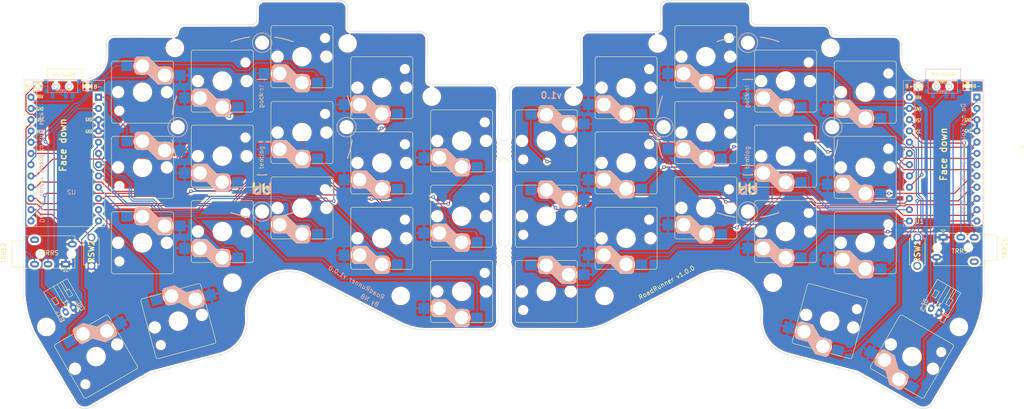
<source format=kicad_pcb>
(kicad_pcb (version 20211014) (generator pcbnew)
  (layers (0 "F.Cu" signal) (31 "B.Cu" signal) (34 "B.Paste" user) (35 "F.Paste" user) (36 "B.SilkS" user "B.Silkscreen") (37 "F.SilkS" user "F.Silkscreen") (38 "B.Mask" user) (39 "F.Mask" user) (44 "Edge.Cuts" user))
  (net 0 "")
  (net 1 "BT+")
  (net 2 "BT+_r")
  (net 3 "gnd")
  (net 4 "gnd_r")
  (net 5 "reset")
  (net 6 "reset_r")
  (net 8 "raw")
  (net 10 "raw_r")
  (net 11 "Switch2")
  (net 12 "Switch1")
  (net 13 "Switch11")
  (net 14 "Switch1_r")
  (net 15 "Switch2_r")
  (net 16 "Switch6")
  (net 17 "Switch3_r")
  (net 18 "Switch12")
  (net 19 "Switch4_r")
  (net 20 "Switch5_r")
  (net 21 "Switch7")
  (net 22 "Switch6_r")
  (net 23 "Switch13")
  (net 24 "Switch7_r")
  (net 25 "Switch3")
  (net 26 "Switch8_r")
  (net 27 "Switch8")
  (net 28 "Switch9_r")
  (net 29 "Switch14")
  (net 30 "Switch10_r")
  (net 31 "Switch4")
  (net 32 "Switch11_r")
  (net 33 "Switch9")
  (net 34 "Switch12_r")
  (net 35 "Switch16")
  (net 36 "Switch13_r")
  (net 37 "Switch17")
  (net 38 "Switch14_r")
  (net 39 "Switch15")
  (net 40 "Switch15_r")
  (net 41 "Switch5")
  (net 42 "Switch16_r")
  (net 43 "Switch10")
  (net 44 "Switch17_r")
  (net 45 "Switch18")
  (net 46 "vcc")
  (net 47 "Switch18_r")
  (net 48 "vcc_r")
  (footprint "* duckyb-collection:Tenting_Puck2_no_pads" (layer "F.Cu") (at 96.954 57.232)
    (fp_text reference "REF_PUCK_R")
    (fp_text value "Tenting Puck")
  )
  (footprint "MountingHole:MountingHole_3.2mm_M3" (layer "F.Cu") (at 77.25 39.34)
    (fp_text reference "REF**" hide)
    (fp_text value "MountingHole_3.2mm_M3")
  )
  (footprint "choc_switch_3d:SW_Hotswap_Kailh_Choc_V1_tweaked" (layer "F.Cu") (at 105.95 58.448 180)
    (fp_text reference "SW8_r1")
    (fp_text value "SW_Push")
  )
  (footprint "choc_switch_3d:SW_Hotswap_Kailh_Choc_V1_tweaked" (layer "F.Cu") (at 141.994 77.332 180)
    (fp_text reference "SW6_r1")
    (fp_text value "SW_Push")
  )
  (footprint "MountingHole:MountingHole_3.2mm_M3" (layer "F.Cu") (at 128.25 95.34)
    (fp_text reference "REF**" hide)
    (fp_text value "MountingHole_3.2mm_M3")
  )
  (footprint "choc_switch_3d:SW_Hotswap_Kailh_Choc_V1_tweaked" (layer "F.Cu") (at 225.088 101.032 165)
    (fp_text reference "SW16")
    (fp_text value "SW_Push")
  )
  (footprint "choc_switch_3d:SW_Hotswap_Kailh_Choc_V1_tweaked" (layer "F.Cu") (at 179.118 82.324 180)
    (fp_text reference "SW12")
    (fp_text value "SW_Push")
  )
  (footprint "MountingHole:MountingHole_3.2mm_M3" (layer "F.Cu") (at 116.25 38.34)
    (fp_text reference "REF**" hide)
    (fp_text value "MountingHole_3.2mm_M3")
  )
  (footprint "Connector_JST:JST_PH_S2B-PH-K_1x02_P2.00mm_Horizontal" (layer "F.Cu") (at 54.341 97.9618 -150)
    (fp_text reference "J2")
    (fp_text value "battery_conn_r")
  )
  (footprint "kbd:1pin_conn" (layer "F.Cu") (at 256.22 47.93)
    (fp_text reference "BatGND1" hide)
    (fp_text value "MountingHole_Pad" hide)
  )
  (footprint "* duckyb-collection:Tenting_Puck2_no_pads" (layer "F.Cu") (at 206.618 57.232)
    (fp_text reference "e")
    (fp_text value "Tenting Puck")
  )
  (footprint "choc_switch_3d:SW_Hotswap_Kailh_Choc_V1_tweaked" (layer "F.Cu") (at 87.962 63.782 180)
    (fp_text reference "SW9_r1")
    (fp_text value "SW_Push")
  )
  (footprint "choc_switch_3d:SW_Hotswap_Kailh_Choc_V1_tweaked" (layer "F.Cu") (at 123.976 82.324 180)
    (fp_text reference "SW12_r1")
    (fp_text value "SW_Push")
  )
  (footprint "choc_switch_3d:SW_Hotswap_Kailh_Choc_V1_tweaked" (layer "F.Cu") (at 87.962 80.8 180)
    (fp_text reference "SW14_r1")
    (fp_text value "SW_Push")
  )
  (footprint "Duckyb-Parts:mouse-bite-5mm-slot-with-space-for-track" (layer "F.Cu") (at 151.564 86.134)
    (fp_text reference "mouse-bite-2mm-slot1" hide)
    (fp_text value "VAL**" hide)
  )
  (footprint "MountingHole:MountingHole_3.2mm_M3" (layer "F.Cu") (at 135.25 50.34)
    (fp_text reference "REF**" hide)
    (fp_text value "MountingHole_3.2mm_M3")
  )
  (footprint "kbd:1pin_conn" (layer "F.Cu") (at 57.51 48.01)
    (fp_text reference "BatGNDr1")
    (fp_text value "MountingHole_Pad" hide)
  )
  (footprint "choc_switch_3d:SW_Hotswap_Kailh_Choc_V1_tweaked" (layer "F.Cu") (at 123.976 48.332 180)
    (fp_text reference "SW2_r1")
    (fp_text value "SW_Push")
  )
  (footprint "choc_switch_3d:SW_Hotswap_Kailh_Choc_V1_tweaked" (layer "F.Cu") (at 123.976 65.306 180)
    (fp_text reference "SW7_r1")
    (fp_text value "SW_Push")
  )
  (footprint "kbd:1pin_conn" (layer "F.Cu") (at 245.09 47.95)
    (fp_text reference "Bat+1" hide)
    (fp_text value "MountingHole_Pad" hide)
  )
  (footprint "Duckyb-Parts:mouse-bite-5mm-slot-with-space-for-track" (layer "F.Cu") (at 151.564 62.258)
    (fp_text reference "mouse-bite-2mm-slot2" hide)
    (fp_text value "VAL**" hide)
  )
  (footprint "choc_switch_3d:SW_Hotswap_Kailh_Choc_V1_tweaked" (layer "F.Cu") (at 69.948 66.322)
    (fp_text reference "SW10_r1")
    (fp_text value "SW_Push")
  )
  (footprint "choc_switch_3d:SW_Hotswap_Kailh_Choc_V1_tweaked" (layer "F.Cu") (at 215.118 46.832 180)
    (fp_text reference "SW4")
    (fp_text value "SW_Push")
  )
  (footprint "Connector_JST:JST_PH_S2B-PH-K_1x02_P2.00mm_Horizontal" (layer "F.Cu") (at 249.731 99.1418 150)
    (fp_text reference "J1")
    (fp_text value "Battery_conn")
  )
  (footprint "choc_switch_3d:SW_Hotswap_Kailh_Choc_V1_tweaked" (layer "F.Cu") (at 233.098 66.322 180)
    (fp_text reference "SW10")
    (fp_text value "SW_Push")
  )
  (footprint "choc_switch_3d:SW_Hotswap_Kailh_Choc_V1_tweaked" (layer "F.Cu") (at 215.118 63.782 180)
    (fp_text reference "SW9")
    (fp_text value "SW_Push")
  )
  (footprint "choc_switch_3d:SW_Hotswap_Kailh_Choc_V1_tweaked" (layer "F.Cu") (at 179.118 48.332 180)
    (fp_text reference "SW2")
    (fp_text value "SW_Push")
  )
  (footprint "choc_switch_3d:SW_Hotswap_Kailh_Choc_V1_tweaked" (layer "F.Cu") (at 243.648 109.032 150)
    (fp_text reference "SW17")
    (fp_text value "SW_Push")
  )
  (footprint "choc_switch_3d:SW_Hotswap_Kailh_Choc_V1_tweaked" (layer "F.Cu") (at 59.48 109.032 30)
    (fp_text reference "SW17_r1")
    (fp_text value "SW_Push")
  )
  (footprint "choc_switch_3d:SW_Hotswap_Kailh_Choc_V1_tweaked" (layer "F.Cu") (at 141.994 60.332 180)
    (fp_text reference "SW1_r1")
    (fp_text value "SW_Push")
  )
  (footprint "choc_switch_3d:SW_Hotswap_Kailh_Choc_V1_tweaked" (layer "F.Cu") (at 161.118 77.332)
    (fp_text reference "SW6")
    (fp_text value "SW_Push")
  )
  (footprint "choc_switch_3d:SW_Hotswap_Kailh_Choc_V1_tweaked" (layer "F.Cu") (at 215.118 80.8 180)
    (fp_text reference "SW14")
    (fp_text value "SW_Push")
  )
  (footprint "choc_switch_3d:SW_Hotswap_Kailh_Choc_V1_tweaked" (layer "F.Cu") (at 233.098 83.34 180)
    (fp_text reference "SW15")
    (fp_text value "SW_Push")
  )
  (footprint "choc_switch_3d:SW_Hotswap_Kailh_Choc_V1_tweaked" (layer "F.Cu") (at 161.118 60.332)
    (fp_text reference "SW1")
    (fp_text value "SW_Push")
  )
  (footprint "choc_switch_3d:SW_Hotswap_Kailh_Choc_V1_tweaked" (layer "F.Cu") (at 69.948 49.332)
    (fp_text reference "SW5_r1")
    (fp_text value "SW_Push")
  )
  (footprint "choc_switch_3d:SW_Hotswap_Kailh_Choc_V1_tweaked" (layer "F.Cu") (at 197.118 58.448 180)
    (fp_text reference "SW8")
    (fp_text value "SW_Push")
  )
  (footprint "choc_switch_3d:SW_Hotswap_Kailh_Choc_V1_tweaked" (layer "F.Cu") (at 179.118 65.306 180)
    (fp_text reference "SW7")
    (fp_text value "SW_Push")
  )
  (footprint "choc_switch_3d:SW_Hotswap_Kailh_Choc_V1_tweaked" (layer "F.Cu") (at 105.95 75.466 180)
    (fp_text reference "SW13_r1")
    (fp_text value "SW_Push")
  )
  (footprint "choc_switch_3d:SW_Hotswap_Kailh_Choc_V1_tweaked" (layer "F.Cu") (at 78.04 101.032 15)
    (fp_text reference "SW16_r1")
    (fp_text value "SW_Push")
  )
  (footprint "MountingHole:MountingHole_3.2mm_M3" (layer "F.Cu") (at 48.25 102.34)
    (fp_text reference "REF**" hide)
    (fp_text value "MountingHole_3.2mm_M3")
  )
  (footprint "choc_switch_3d:SW_Hotswap_Kailh_Choc_V1_tweaked" (layer "F.Cu") (at 233.118 49.332 180)
    (fp_text reference "SW5")
    (fp_text value "SW_Push")
  )
  (footprint "MountingHole:MountingHole_3.2mm_M3" (layer "F.Cu") (at 90.25 92.34)
    (fp_text reference "REF**" hide)
    (fp_text value "MountingHole_3.2mm_M3")
  )
  (footprint "choc_switch_3d:SW_Hotswap_Kailh_Choc_V1_tweaked" (layer "F.Cu") (at 87.962 46.832 180)
    (fp_text reference "SW4_r1")
    (fp_text value "SW_Push")
  )
  (footprint "choc_switch_3d:SW_Hotswap_Kailh_Choc_V1_tweaked" (layer "F.Cu") (at 197.118 41.332 180)
    (fp_text reference "SW3")
    (fp_text value "SW_Push")
  )
  (footprint "Connector_Audio:Jack_3.5mm_PJ320E_Horizontal" (layer "F.Cu") (at 250.7 82.1075 -90)
    (fp_text reference "TRRS1")
    (fp_text value "AudioJack4")
  )
  (footprint "reset_switch:PTS636SP43LFS" (layer "F.Cu") (at 244.856 82.144 -90)
    (fp_text reference "RSW1")
    (fp_text value "SW_Push" hide)
  )
  (footprint "choc_switch_3d:SW_Hotswap_Kailh_Choc_V1_tweaked" (layer "F.Cu") (at 161.118 94.332)
    (fp_text reference "SW11")
    (fp_text value "SW_Push")
  )
  (footprint "choc_switch_3d:SW_Hotswap_Kailh_Choc_V1_tweaked" (layer "F.Cu") (at 105.95 41.332 180)
    (fp_text reference "SW3_r1")
    (fp_text value "SW_Push")
  )
  (footprint "Connector_Audio:Jack_3.5mm_PJ320E_Horizontal" (layer "F.Cu") (at 52.6 88.1725 90)
    (fp_text reference "TRRS2")
    (fp_text value "AudioJack4")
  )
  (footprint "choc_switch_3d:SW_Hotswap_Kailh_Choc_V1_tweaked" (layer "F.Cu") (at 197.118 75.466 180)
    (fp_text reference "SW13")
    (fp_text value "SW_Push")
  )
  (footprint "reset_switch:PTS636SP43LFS" (layer "F.Cu") (at 58.42 88.544 90)
    (fp_text reference "RSW2")
    (fp_text value "SW_Push" hide)
  )
  (footprint "choc_switch_3d:SW_Hotswap_Kailh_Choc_V1_tweaked" (layer "F.Cu") (at 69.948 83.34)
    (fp_text reference "SW15_r1")
    (fp_text value "SW_Push")
  )
  (footprint "choc_switch_3d:SW_Hotswap_Kailh_Choc_V1_tweaked" (layer "F.Cu") (at 141.994 94.332 180)
    (fp_text reference "SW11_r1")
    (fp_text value "SW_Push")
  )
  (footprint "kbd:1pin_conn" (layer "F.Cu") (at 46.32 48.03)
    (fp_text reference "Bat+r1")
    (fp_text value "MountingHole_Pad" hide)
  )
  (footprint "battery_switch:SPDT_C128955" (layer "B.Cu") (at 250.652 48.04 180)
    (fp_text reference "SW_POWER1")
    (fp_text value "SW_SPDT")
  )
  (footprint "" (layer "B.Cu") (at 225.25 39.34 180)
    (fp_text reference "")
    (fp_text value "")
  )
  (footprint "MountingHole:MountingHole_3.2mm_M3" (layer "B.Cu") (at 212.25 92.34 180)
    (fp_text reference "REF**" hide)
    (fp_text value "MountingHole_3.2mm_M3")
  )
  (footprint "MountingHole:MountingHole_3.2mm_M3" (layer "B.Cu") (at 225.25 39.34 180)
    (fp_text reference "REF**" hide)
    (fp_text value "MountingHole_3.2mm_M3")
  )
  (footprint "" (layer "B.Cu") (at 174.25 95.34 180)
    (fp_text reference "")
    (fp_text value "")
  )
  (footprint "" (layer "B.Cu") (at 254.25 102.34 180)
    (fp_text reference "")
    (fp_text value "")
  )
  (footprint "MountingHole:MountingHole_3.2mm_M3" (layer "B.Cu") (at 254.25 102.34 180)
    (fp_text reference "REF**" hide)
    (fp_text value "MountingHole_3.2mm_M3")
  )
  (footprint "" (layer "B.Cu") (at 186.25 38.34 180)
    (fp_text reference "")
    (fp_text value "")
  )
  (footprint "battery_switch:SPDT_C128955" (layer "B.Cu") (at 51.912 48.034 180)
    (fp_text reference "SW_POWERR1")
    (fp_text value "SW_SPDT")
  )
  (footprint "Arduino:Sparkfun_Pro_Micro" (layer "B.Cu") (at 43.76 79.56)
    (fp_text reference "U2")
    (fp_text value "ProMicro-kbd")
  )
  (footprint "Arduino:Sparkfun_Pro_Micro" (layer "B.Cu") (at 243.08 78.41)
    (fp_text reference "U1")
    (fp_text value "ProMicro-kbd")
  )
  (footprint "MountingHole:MountingHole_3.2mm_M3" (layer "B.Cu") (at 167.25 50.34 180)
    (fp_text reference "REF**" hide)
    (fp_text value "MountingHole_3.2mm_M3")
  )
  (footprint "MountingHole:MountingHole_3.2mm_M3" (layer "B.Cu") (at 174.25 95.34 180)
    (fp_text reference "REF**" hide)
    (fp_text value "MountingHole_3.2mm_M3")
  )
  (footprint "" (layer "B.Cu") (at 225.25 39.34 180)
    (fp_text reference "")
    (fp_text value "")
  )
  (footprint "MountingHole:MountingHole_3.2mm_M3" (layer "B.Cu") (at 186.25 38.34 180)
    (fp_text reference "REF**" hide)
    (fp_text value "MountingHole_3.2mm_M3")
  )
  (footprint "" (layer "B.Cu") (at 212.25 92.34 180)
    (fp_text reference "")
    (fp_text value "")
  )
  (gr_rect (start 48.5765 46.51) (end 55.3075 49.431) (layer "B.SilkS") (width 0.12) (fill none))
  (gr_rect (start 247.298 46.659) (end 253.902 49.58) (layer "B.SilkS") (width 0.12) (fill none))
  (gr_line (start 150.6115 64.798) (end 150.222 64.798) (layer "Edge.Cuts") (width 0.05))
  (gr_line (start 241.367578 38.328123) (end 241.388045 41.395419) (layer "Edge.Cuts") (width 0.1))
  (gr_line (start 231.322 112.706) (end 215.352 108.516) (layer "Edge.Cuts") (width 0.1))
  (gr_arc (start 186.908747 34.743691) (mid 186.701992 35.326009) (end 186.138747 35.580167) (layer "Edge.Cuts") (width 0.1))
  (gr_arc (start 215.352 108.516) (mid 211.019564 105.421159) (end 209.542 100.306) (layer "Edge.Cuts") (width 0.1))
  (gr_arc (start 226.262 36.596) (mid 225.697945 36.380161) (end 225.425524 35.841152) (layer "Edge.Cuts") (width 0.1))
  (gr_line (start 168.8886 46.7475) (end 168.857152 37.466) (layer "Edge.Cuts") (width 0.1))
  (gr_line (start 244.952 120.456) (end 231.322 112.706) (layer "Edge.Cuts") (width 0.1))
  (gr_line (start 134.99 103.04) (end 148.18 103.02) (layer "Edge.Cuts") (width 0.1))
  (gr_line (start 97.606622 28.585523) (end 114.514848 28.586476) (layer "Edge.Cuts") (width 0.1))
  (gr_arc (start 246.50573 46.396) (mid 242.911231 44.955619) (end 241.388045 41.395419) (layer "Edge.Cuts") (width 0.05))
  (gr_arc (start 95.726622 30.325523) (mid 96.310146 29.070371) (end 97.606622 28.585523) (layer "Edge.Cuts") (width 0.1))
  (gr_arc (start 168.8886 46.7475) (mid 168.681845 47.329818) (end 168.1186 47.583976) (layer "Edge.Cuts") (width 0.1))
  (gr_line (start 208.255905 34.084254) (end 223.545524 34.101152) (layer "Edge.Cuts") (width 0.1))
  (gr_arc (start 45.41 103.94) (mid 43.530476 98.355767) (end 43.042 92.484) (layer "Edge.Cuts") (width 0.05))
  (gr_arc (start 150.611501 64.798) (mid 151.564 64.153127) (end 152.516499 64.798001) (layer "Edge.Cuts") (width 0.05))
  (gr_arc (start 61.743955 41.389419) (mid 60.220767 44.949617) (end 56.62627 46.39) (layer "Edge.Cuts") (width 0.05))
  (gr_arc (start 77.706476 35.835152) (mid 77.434062 36.374172) (end 76.87 36.59) (layer "Edge.Cuts") (width 0.1))
  (gr_line (start 152.861397 49.422011) (end 152.856055 51.234702) (layer "Edge.Cuts") (width 0.1))
  (gr_arc (start 260.09 92.49) (mid 259.601524 98.361768) (end 257.722 103.946) (layer "Edge.Cuts") (width 0.05))
  (gr_arc (start 116.993253 35.574167) (mid 116.43 35.32) (end 116.223253 34.737691) (layer "Edge.Cuts") (width 0.1))
  (gr_line (start 56.62627 46.39) (end 43.056 46.39) (layer "Edge.Cuts") (width 0.05))
  (gr_line (start 87.78 108.51) (end 71.81 112.7) (layer "Edge.Cuts") (width 0.1))
  (gr_arc (start 175.042 101.616) (mid 171.682975 102.76997) (end 168.142 103.046) (layer "Edge.Cuts") (width 0.1))
  (gr_arc (start 61.764422 38.322123) (mid 62.347941 37.066944) (end 63.644422 36.582123) (layer "Edge.Cuts") (width 0.1))
  (gr_arc (start 77.706476 35.835152) (mid 78.29 34.58) (end 79.586476 34.095152) (layer "Edge.Cuts") (width 0.1))
  (gr_arc (start 132.534848 35.596476) (mid 133.784245 36.173989) (end 134.274848 37.46) (layer "Edge.Cuts") (width 0.1))
  (gr_line (start 79.586476 34.095152) (end 94.876095 34.078254) (layer "Edge.Cuts") (width 0.1))
  (gr_line (start 152.894493 100.501022) (end 152.91 88.68) (layer "Edge.Cuts") (width 0.05))
  (gr_line (start 248.372 119.676) (end 257.722 103.946) (layer "Edge.Cuts") (width 0.05))
  (gr_line (start 152.7705 88.674) (end 152.5165 88.674) (layer "Edge.Cuts") (width 0.05))
  (gr_arc (start 135.0134 47.577976) (mid 134.450147 47.323809) (end 134.2434 46.7415) (layer "Edge.Cuts") (width 0.1))
  (gr_line (start 128.09 101.61) (end 106.78 90.65) (layer "Edge.Cuts") (width 0.1))
  (gr_arc (start 95.712571 33.308254) (mid 95.458404 33.871507) (end 94.876095 34.078254) (layer "Edge.Cuts") (width 0.1))
  (gr_line (start 134.274848 37.46) (end 134.2434 46.7415) (layer "Edge.Cuts") (width 0.1))
  (gr_arc (start 223.545524 34.101152) (mid 224.841997 34.585997) (end 225.425524 35.841152) (layer "Edge.Cuts") (width 0.1))
  (gr_line (start 152.834 59.718) (end 152.5165 59.718) (layer "Edge.Cuts") (width 0.05))
  (gr_arc (start 148.530603 47.552487) (mid 149.78 48.13) (end 150.270603 49.416011) (layer "Edge.Cuts") (width 0.1))
  (gr_line (start 152.91 59.724) (end 152.856055 51.234702) (layer "Edge.Cuts") (width 0.05))
  (gr_line (start 186.908747 34.743691) (end 186.877152 30.472476) (layer "Edge.Cuts") (width 0.1))
  (gr_line (start 152.91 88.68) (end 152.7705 88.674) (layer "Edge.Cuts") (width 0.05))
  (gr_line (start 207.405378 30.331523) (end 207.419429 33.314254) (layer "Edge.Cuts") (width 0.1))
  (gr_arc (start 205.525378 28.591523) (mid 206.821851 29.076368) (end 207.405378 30.331523) (layer "Edge.Cuts") (width 0.1))
  (gr_line (start 152.91 59.724) (end 152.834 59.718) (layer "Edge.Cuts") (width 0.05))
  (gr_line (start 150.6115 88.674) (end 150.222 88.674) (layer "Edge.Cuts") (width 0.05))
  (gr_line (start 152.834 64.798) (end 152.5165 64.798) (layer "Edge.Cuts") (width 0.05))
  (gr_arc (start 150.237507 100.495022) (mid 149.784725 102.226848) (end 148.18 103.02) (layer "Edge.Cuts") (width 0.1))
  (gr_arc (start 248.372 119.676) (mid 246.80817 120.706899) (end 244.952 120.456) (layer "Edge.Cuts") (width 0.1))
  (gr_arc (start 168.857152 37.466) (mid 169.347755 36.179989) (end 170.597152 35.602476) (layer "Edge.Cuts") (width 0.1))
  (gr_arc (start 186.877152 30.472476) (mid 187.361997 29.176003) (end 188.617152 28.592476) (layer "Edge.Cuts") (width 0.1))
  (gr_line (start 260.076 46.396) (end 246.50573 46.396) (layer "Edge.Cuts") (width 0.05))
  (gr_line (start 76.87 36.59) (end 63.644422 36.582123) (layer "Edge.Cuts") (width 0.1))
  (gr_line (start 154.601397 47.558487) (end 168.1186 47.583976) (layer "Edge.Cuts") (width 0.1))
  (gr_line (start 150.222 64.798) (end 150.222 83.594) (layer "Edge.Cuts") (width 0.05))
  (gr_arc (start 58.18 120.45) (mid 56.32469 120.701093) (end 54.76 119.67) (layer "Edge.Cuts") (width 0.1))
  (gr_arc (start 196.352 90.656) (mid 205.724522 91.684574) (end 209.542 100.306) (layer "Edge.Cuts") (width 0.1))
  (gr_arc (start 152.516499 83.594) (mid 151.564 84.238873) (end 150.611501 83.593999) (layer "Edge.Cuts") (width 0.05))
  (gr_line (start 150.275945 51.228702) (end 150.222 59.718) (layer "Edge.Cuts") (width 0.05))
  (gr_line (start 239.487578 36.588123) (end 226.262 36.596) (layer "Edge.Cuts") (width 0.1))
  (gr_arc (start 114.514848 28.586476) (mid 115.77 29.17) (end 116.254848 30.466476) (layer "Edge.Cuts") (width 0.1))
  (gr_line (start 150.222 88.674) (end 150.237507 100.495022) (layer "Edge.Cuts") (width 0.05))
  (gr_arc (start 152.516499 59.718) (mid 151.564 60.362873) (end 150.611501 59.717999) (layer "Edge.Cuts") (width 0.05))
  (gr_line (start 152.91 83.6) (end 152.91 64.804) (layer "Edge.Cuts") (width 0.05))
  (gr_line (start 43.056 46.39) (end 43.042 92.484) (layer "Edge.Cuts") (width 0.05))
  (gr_line (start 116.993253 35.574167) (end 132.534848 35.596476) (layer "Edge.Cuts") (width 0.1))
  (gr_arc (start 93.59 100.3) (mid 97.407478 91.678574) (end 106.78 90.65) (layer "Edge.Cuts") (width 0.1))
  (gr_line (start 150.6115 83.594) (end 150.222 83.594) (layer "Edge.Cuts") (width 0.05))
  (gr_line (start 188.617152 28.592476) (end 205.525378 28.591523) (layer "Edge.Cuts") (width 0.1))
  (gr_line (start 61.743955 41.389419) (end 61.764422 38.322123) (layer "Edge.Cuts") (width 0.1))
  (gr_arc (start 239.487578 36.588123) (mid 240.784051 37.072968) (end 241.367578 38.328123) (layer "Edge.Cuts") (width 0.1))
  (gr_line (start 152.91 64.804) (end 152.834 64.798) (layer "Edge.Cuts") (width 0.05))
  (gr_line (start 154.952 103.026) (end 168.142 103.046) (layer "Edge.Cuts") (width 0.1))
  (gr_line (start 260.09 92.49) (end 260.076 46.396) (layer "Edge.Cuts") (width 0.05))
  (gr_arc (start 152.861397 49.422011) (mid 153.352 48.136) (end 154.601397 47.558487) (layer "Edge.Cuts") (width 0.1))
  (gr_line (start 116.254848 30.466476) (end 116.223253 34.737691) (layer "Edge.Cuts") (width 0.1))
  (gr_line (start 135.0134 47.577976) (end 148.530603 47.552487) (layer "Edge.Cuts") (width 0.1))
  (gr_arc (start 208.255905 34.084254) (mid 207.673587 33.877499) (end 207.419429 33.314254) (layer "Edge.Cuts") (width 0.1))
  (gr_line (start 150.275945 51.228702) (end 150.270603 49.416011) (layer "Edge.Cuts") (width 0.1))
  (gr_arc (start 93.59 100.3) (mid 92.112436 105.415159) (end 87.78 108.51) (layer "Edge.Cuts") (width 0.1))
  (gr_line (start 196.352 90.656) (end 175.042 101.616) (layer "Edge.Cuts") (width 0.1))
  (gr_line (start 152.834 83.594) (end 152.5165 83.594) (layer "Edge.Cuts") (width 0.05))
  (gr_arc (start 134.99 103.04) (mid 131.448488 102.763867) (end 128.09 101.61) (layer "Edge.Cuts") (width 0.1))
  (gr_line (start 45.41 103.94) (end 54.76 119.67) (layer "Edge.Cuts") (width 0.05))
  (gr_line (start 95.712571 33.308254) (end 95.726622 30.325523) (layer "Edge.Cuts") (width 0.1))
  (gr_line (start 71.81 112.7) (end 58.18 120.45) (layer "Edge.Cuts") (width 0.1))
  (gr_arc (start 150.611501 88.674) (mid 151.564 88.029127) (end 152.516499 88.674001) (layer "Edge.Cuts") (width 0.05))
  (gr_line (start 150.6115 59.718) (end 150.222 59.718) (layer "Edge.Cuts") (width 0.05))
  (gr_line (start 152.91 83.6) (end 152.834 83.594) (layer "Edge.Cuts") (width 0.05))
  (gr_line (start 170.597152 35.602476) (end 186.138747 35.580167) (layer "Edge.Cuts") (width 0.1))
  (gr_arc (start 154.952 103.026) (mid 153.347275 102.232848) (end 152.894493 100.501022) (layer "Edge.Cuts") (width 0.1))
  (gr_text "POWER" (at 51.95 48.94) (layer "B.SilkS") (effects (font (size 0.6 0.6) (thickness 0.12)) (justify mirror)))
  (gr_text "POWER" (at 250.65 49.14) (layer "B.SilkS") (effects (font (size 0.6 0.6) (thickness 0.12)) (justify mirror)))
  (gr_text "B-" (at 251.25 100.34 60) (layer "B.SilkS") (effects (font (size 1 1)) (justify mirror)))
  (gr_text "By N8" (at 121.25 96.34 -29) (layer "B.SilkS") (effects (font (size 1 1)) (justify mirror)))
  (gr_text "BT+" (at 246.25 97.34 60) (layer "B.SilkS") (effects (font (size 1 1)) (justify mirror)))
  (gr_text "Do not solder board to this side" (at 47.25 66.34 270) (layer "B.SilkS") (effects (font (size 1 1)) (justify mirror)))
  (gr_text "v1.0" (at 162.232 50.066) (layer "B.SilkS") (effects (font (size 1.5 1.5) (thickness 0.3)) (justify mirror)))
  (gr_text "RoadRunner v1.0.0" (at 118.25 92.34 -29) (layer "B.SilkS") (effects (font (size 1 1)) (justify mirror)))
  (gr_text "B-" (at 55.55 97.14 -60) (layer "B.SilkS") (effects (font (size 1 1)) (justify mirror)))
  (gr_text "BT+\n" (at 51.15 99.84 -60) (layer "B.SilkS") (effects (font (size 1 1)) (justify mirror)))
  (gr_text "Do not solder board to this side" (at 255.25 64.34 90) (layer "B.SilkS") (effects (font (size 1 1)) (justify mirror)))
  (gr_text "Face down" (at 51.987 61.29 90) (layer "F.SilkS") (effects (font (size 1.5 1.5) (thickness 0.3))))
  (gr_text "B+" (at 243.03 48.04) (layer "F.SilkS") (effects (font (size 0.8 0.8))))
  (gr_text "POWER" (at 250.4984 47.0908) (layer "F.SilkS") (effects (font (size 0.6 0.6) (thickness 0.12))))
  (gr_text "B-" (at 258.3 47.98) (layer "F.SilkS") (effects (font (size 0.8 0.8))))
  (gr_text "B+" (at 44.31 48.04) (layer "F.SilkS") (effects (font (size 0.8 0.8))))
  (gr_text "B-" (at 59.84 48.1) (layer "F.SilkS") (effects (font (size 0.8 0.8))))
  (gr_text "RoadRunner v1.0.0" (at 188.25 92.34 29) (layer "F.SilkS") (effects (font (size 1 1))))
  (gr_text "Face down" (at 250.782 63.37 90) (layer "F.SilkS") (effects (font (size 1.5 1.5) (thickness 0.3))))
  (segment (start 247.8575 96.2203) (end 247.8575 52.8842) (width 0.25) (layer "B.Cu") (net 1))
  (segment (start 247.8575 52.8842) (end 250.6267 50.115) (width 0.25) (layer "B.Cu") (net 1))
  (segment (start 247.9989 98.1418) (end 248.6505 97.0133) (width 0.25) (layer "B.Cu") (net 1))
  (segment (start 245.09 50.09) (end 247.87 52.87) (width 0.25) (layer "B.Cu") (net 1))
  (segment (start 245.09 47.95) (end 245.09 50.09) (width 0.25) (layer "B.Cu") (net 1))
  (segment (start 251.402 50.115) (end 250.6267 50.115) (width 0.25) (layer "B.Cu") (net 1))
  (segment (start 248.6505 97.0133) (end 247.8575 96.2203) (width 0.25) (layer "B.Cu") (net 1))
  (segment (start 46.32 48.03) (end 45.5708 48.03) (width 0.25) (layer "F.Cu") (net 2))
  (segment (start 45.1618 54.287) (end 48.0557 57.1809) (width 0.25) (layer "F.Cu") (net 2))
  (segment (start 43.6431 53.5081) (end 44.422 54.287) (width 0.25) (layer "F.Cu") (net 2))
  (segment (start 48.0557 57.1809) (end 48.0557 60.5143) (width 0.25) (layer "F.Cu") (net 2))
  (segment (start 45.5708 48.03) (end 43.6431 49.9577) (width 0.25) (layer "F.Cu") (net 2))
  (segment (start 43.6431 49.9577) (end 43.6431 53.5081) (width 0.25) (layer "F.Cu") (net 2))
  (segment (start 44.422 54.287) (end 45.1618 54.287) (width 0.25) (layer "F.Cu") (net 2))
  (via (at 48.0557 60.5143) (size 0.8) (drill 0.4) (layers "F.Cu" "B.Cu") (net 2))
  (segment (start 50.6371 48.8594) (end 49.3637 48.8594) (width 0.25) (layer "B.Cu") (net 2))
  (segment (start 49.3637 48.8594) (end 48.5343 48.03) (width 0.25) (layer "B.Cu") (net 2))
  (segment (start 52.6089 98.9618) (end 51.9574 97.8333) (width 0.25) (layer "B.Cu") (net 2))
  (segment (start 48.0557 60.5143) (end 48.645 61.1036) (width 0.25) (layer "B.Cu") (net 2))
  (segment (start 52.662 50.109) (end 51.8867 50.109) (width 0.25) (layer "B.Cu") (net 2))
  (segment (start 51.8867 50.109) (end 50.6371 48.8594) (width 0.25) (layer "B.Cu") (net 2))
  (segment (start 48.645 86.2273) (end 47.2673 87.605) (width 0.25) (layer "B.Cu") (net 2))
  (segment (start 48.5343 48.03) (end 46.32 48.03) (width 0.25) (layer "B.Cu") (net 2))
  (segment (start 47.2673 93.1432) (end 51.9574 97.8333) (width 0.25) (layer "B.Cu") (net 2))
  (segment (start 48.645 61.1036) (end 48.645 86.2273) (width 0.25) (layer "B.Cu") (net 2))
  (segment (start 47.2673 87.605) (end 47.2673 93.1432) (width 0.25) (layer "B.Cu") (net 2))
  (segment (start 258.32 55.55) (end 257.1947 55.55) (width 0.25) (layer "F.Cu") (net 3))
  (segment (start 250.7 82.1075) (end 249.3747 82.1075) (width 0.25) (layer "F.Cu") (net 3))
  (segment (start 258.32 55.55) (end 258.32 58.09) (width 0.25) (layer "F.Cu") (net 3))
  (segment (start 52.6 88.1725) (end 52.6 87.1472) (width 0.25) (layer "B.Cu") (net 4))
  (segment (start 246.081 81.636588) (end 246.081 82.651412) (width 0.25) (layer "B.Cu") (net 5))
  (segment (start 245.1076 80.090996) (end 245.1076 80.919) (width 0.25) (layer "B.Cu") (net 5))
  (segment (start 245.1076 72.445304) (end 246.1132 73.450904) (width 0.25) (layer "B.Cu") (net 5))
  (segment (start 245.1076 88.2924) (end 244.856 88.544) (width 0.25) (layer "B.Cu") (net 5))
  (segment (start 245.363412 80.919) (end 246.081 81.636588) (width 0.25) (layer "B.Cu") (net 5))
  (segment (start 243.08 55.55) (end 245.1076 57.5776) (width 0.25) (layer "B.Cu") (net 5))
  (segment (start 246.081 82.651412) (end 245.363412 83.369) (width 0.25) (layer "B.Cu") (net 5))
  (segment (start 246.1132 73.450904) (end 246.1132 79.085396) (width 0.25) (layer "B.Cu") (net 5))
  (segment (start 246.1132 79.085396) (end 245.1076 80.090996) (width 0.25) (layer "B.Cu") (net 5))
  (segment (start 245.1076 83.369) (end 245.1076 88.2924) (width 0.25) (layer "B.Cu") (net 5))
  (segment (start 245.363412 83.369) (end 245.1076 83.369) (width 0.25) (layer "B.Cu") (net 5))
  (segment (start 245.1076 80.919) (end 245.363412 80.919) (width 0.25) (layer "B.Cu") (net 5))
  (segment (start 245.1076 57.5776) (end 245.1076 72.445304) (width 0.25) (layer "B.Cu") (net 5))
  (segment (start 44.776 55.557) (end 44.776 56.401) (width 0.25) (layer "F.Cu") (net 6))
  (segment (start 47.4213 75.877) (end 52.153 75.877) (width 0.25) (layer "F.Cu") (net 6))
  (segment (start 52.153 75.877) (end 58.42 82.144) (width 0.25) (layer "F.Cu") (net 6))
  (segment (start 44.137 74.607) (end 46.1513 74.607) (width 0.25) (layer "F.Cu") (net 6))
  (segment (start 44.776 56.401) (end 43.6429 57.5341) (width 0.25) (layer "F.Cu") (net 6))
  (segment (start 43.6429 57.5341) (end 43.6429 74.1129) (width 0.25) (layer "F.Cu") (net 6))
  (segment (start 43.6429 74.1129) (end 44.137 74.607) (width 0.25) (layer "F.Cu") (net 6))
  (segment (start 46.1513 74.607) (end 47.4213 75.877) (width 0.25) (layer "F.Cu") (net 6))
  (segment (start 243.08 50.47) (end 243.08 48.4596) (width 0.25) (layer "B.Cu") (net 8))
  (segment (start 244.6569 46.8827) (end 245.4733 46.8827) (width 0.25) (layer "B.Cu") (net 8))
  (segment (start 245.4733 46.8827) (end 246.3733 47.7827) (width 0.25) (layer "B.Cu") (net 8))
  (segment (start 252.902 50.115) (end 252.902 49.1647) (width 0.25) (layer "B.Cu") (net 8))
  (segment (start 243.08 48.4596) (end 244.6569 46.8827) (width 0.25) (layer "B.Cu") (net 8))
  (segment (start 246.9772 47.7827) (end 248.3592 49.1647) (width 0.25) (layer "B.Cu") (net 8))
  (segment (start 246.3733 47.7827) (end 246.9772 47.7827) (width 0.25) (layer "B.Cu") (net 8))
  (segment (start 248.3592 49.1647) (end 252.902 49.1647) (width 0.25) (layer "B.Cu") (net 8))
  (segment (start 54.162 51.39) (end 54.162 50.109) (width 0.25) (layer "B.Cu") (net 10))
  (segment (start 45.689 51.39) (end 54.162 51.39) (width 0.25) (layer "B.Cu") (net 10))
  (segment (start 44.776 50.477) (end 45.689 51.39) (width 0.25) (layer "B.Cu") (net 10))
  (segment (start 244.2068 62.7037) (end 243.4031 61.9) (width 0.25) (layer "B.Cu") (net 11))
  (segment (start 236.618 55.7962) (end 236.618 55.332) (width 0.25) (layer "B.Cu") (net 11))
  (segment (start 243.4031 61.9) (end 242.7218 61.9) (width 0.25) (layer "B.Cu") (net 11))
  (segment (start 243.08 68.25) (end 244.2068 67.1232) (width 0.25) (layer "B.Cu") (net 11))
  (segment (start 242.7218 61.9) (end 236.618 55.7962) (width 0.25) (layer "B.Cu") (net 11))
  (segment (start 244.2068 67.1232) (end 244.2068 62.7037) (width 0.25) (layer "B.Cu") (net 11))
  (segment (start 256.905 74.745) (end 258.32 73.33) (width 0.25) (layer "F.Cu") (net 12))
  (segment (start 220.863 74.1175) (end 221.7355 74.99) (width 0.25) (layer "F.Cu") (net 12))
  (segment (start 242.056396 74.99) (end 242.301396 74.745) (width 0.25) (layer "F.Cu") (net 12))
  (segment (start 242.301396 74.745) (end 256.905 74.745) (width 0.25) (layer "F.Cu") (net 12))
  (segment (start 221.7355 74.99) (end 242.056396 74.99) (width 0.25) (layer "F.Cu") (net 12))
  (segment (start 201.6617 74.1175) (end 220.863 74.1175) (width 0.25) (layer "F.Cu") (net 12))
  (via (at 201.6617 74.1175) (size 0.8) (drill 0.4) (layers "F.Cu" "B.Cu") (net 12))
  (segment (start 199.7856 72.2414) (end 201.6617 74.1175) (width 0.25) (layer "B.Cu") (net 12))
  (segment (start 184.95 58.64) (end 186.838 60.528) (width 0.25) (layer "B.Cu") (net 12))
  (segment (start 182.618 54.332) (end 184.95 56.664) (width 0.25) (layer "B.Cu") (net 12))
  (segment (start 195.7625 72.2414) (end 199.7856 72.2414) (width 0.25) (layer "B.Cu") (net 12))
  (segment (start 184.95 56.664) (end 184.95 58.64) (width 0.25) (layer "B.Cu") (net 12))
  (segment (start 186.838 63.3169) (end 195.7625 72.2414) (width 0.25) (layer "B.Cu") (net 12))
  (segment (start 186.838 60.528) (end 186.838 63.3169) (width 0.25) (layer "B.Cu") (net 12))
  (segment (start 185.85 60.03) (end 185.12 59.3) (width 0.25) (layer "F.Cu") (net 13))
  (segment (start 194.52 60.63) (end 193.92 60.03) (width 0.25) (layer "F.Cu") (net 13))
  (segment (start 258.32 60.63) (end 257.1588 61.7912) (width 0.25) (layer "F.Cu") (net 13))
  (segment (start 172.47 59.3) (end 166.76 65.01) (width 0.25) (layer "F.Cu") (net 13))
  (segment (start 166.76 65.01) (end 161.28 65.01) (width 0.25) (layer "F.Cu") (net 13))
  (segment (start 185.12 59.3) (end 172.47 59.3) (width 0.25) (layer "F.Cu") (net 13))
  (segment (start 240.4212 61.7912) (end 239.26 60.63) (width 0.25) (layer "F.Cu") (net 13))
  (segment (start 193.92 60.03) (end 185.85 60.03) (width 0.25) (layer "F.Cu") (net 13))
  (segment (start 257.1588 61.7912) (end 240.4212 61.7912) (width 0.25) (layer "F.Cu") (net 13))
  (segment (start 239.26 60.63) (end 194.52 60.63) (width 0.25) (layer "F.Cu") (net 13))
  (via (at 161.28 65.01) (size 0.8) (drill 0.4) (layers "F.Cu" "B.Cu") (net 13))
  (segment (start 157.618 61.348) (end 157.618 54.332) (width 0.25) (layer "B.Cu") (net 13))
  (segment (start 161.28 65.01) (end 157.618 61.348) (width 0.25) (layer "B.Cu") (net 13))
  (segment (start 123.7164 74.54) (end 121.9188 72.7424) (width 0.25) (layer "F.Cu") (net 14))
  (segment (start 93.812782 69.841628) (end 90.80026 72.85415) (width 0.25) (layer "F.Cu") (net 14))
  (segment (start 112.008372 69.841628) (end 93.812782 69.841628) (width 0.25) (layer "F.Cu") (net 14))
  (segment (start 114.254942 72.088198) (end 112.008372 69.841628) (width 0.25) (layer "F.Cu") (net 14))
  (segment (start 138.95 74.54) (end 123.7164 74.54) (width 0.25) (layer "F.Cu") (net 14))
  (segment (start 120.616004 72.7424) (end 119.961802 72.088198) (width 0.25) (layer "F.Cu") (net 14))
  (segment (start 61.62415 72.85415) (end 61.1413 73.337) (width 0.25) (layer "F.Cu") (net 14))
  (segment (start 90.80026 72.85415) (end 61.62415 72.85415) (width 0.25) (layer "F.Cu") (net 14))
  (segment (start 119.961802 72.088198) (end 114.254942 72.088198) (width 0.25) (layer "F.Cu") (net 14))
  (segment (start 121.9188 72.7424) (end 120.616004 72.7424) (width 0.25) (layer "F.Cu") (net 14))
  (segment (start 61.1413 73.337) (end 60.016 73.337) (width 0.25) (layer "F.Cu") (net 14))
  (via (at 138.95 74.54) (size 0.8) (drill 0.4) (layers "F.Cu" "B.Cu") (net 14))
  (segment (start 138.95 74.54) (end 139.35 74.14) (width 0.25) (layer "B.Cu") (net 14))
  (segment (start 139.35 74.14) (end 139.35 72.476) (width 0.25) (layer "B.Cu") (net 14))
  (segment (start 139.35 72.476) (end 145.494 66.332) (width 0.25) (layer "B.Cu") (net 14))
  (segment (start 94.515 60.04) (end 93.415 61.14) (width 0.25) (layer "F.Cu") (net 15))
  (segment (start 80.7644 61.14) (end 77.4771 64.4273) (width 0.25) (layer "F.Cu") (net 15))
  (segment (start 93.415 61.14) (end 80.7644 61.14) (width 0.25) (layer "F.Cu") (net 15))
  (segment (start 45.9013 68.257) (end 44.776 68.257) (width 0.25) (layer "F.Cu") (net 15))
  (segment (start 120.9007 60.5302) (end 104.7491 60.5302) (width 0.25) (layer "F.Cu") (net 15))
  (segment (start 104.7491 60.5302) (end 104.5625 60.3436) (width 0.25) (layer "F.Cu") (net 15))
  (segment (start 104.5625 60.3436) (end 104.5536 60.3436) (width 0.25) (layer "F.Cu") (net 15))
  (segment (start 104.25 60.04) (end 94.515 60.04) (width 0.25) (layer "F.Cu") (net 15))
  (segment (start 70.9177 64.4273) (end 70.7312 64.2408) (width 0.25) (layer "F.Cu") (net 15))
  (segment (start 60.991 64.447) (end 49.7113 64.447) (width 0.25) (layer "F.Cu") (net 15))
  (segment (start 104.5536 60.3436) (end 104.25 60.04) (width 0.25) (layer "F.Cu") (net 15))
  (segment (start 70.7312 64.2408) (end 61.1972 64.2408) (width 0.25) (layer "F.Cu") (net 15))
  (segment (start 123.9119 57.519) (end 120.9007 60.5302) (width 0.25) (layer "F.Cu") (net 15))
  (segment (start 61.1972 64.2408) (end 60.991 64.447) (width 0.25) (layer "F.Cu") (net 15))
  (segment (start 49.7113 64.447) (end 45.9013 68.257) (width 0.25) (layer "F.Cu") (net 15))
  (segment (start 77.4771 64.4273) (end 70.9177 64.4273) (width 0.25) (layer "F.Cu") (net 15))
  (via (at 123.9119 57.519) (size 0.8) (drill 0.4) (layers "F.Cu" "B.Cu") (net 15))
  (segment (start 124.289 57.519) (end 127.476 54.332) (width 0.25) (layer "B.Cu") (net 15))
  (segment (start 123.9119 57.519) (end 124.289 57.519) (width 0.25) (layer "B.Cu") (net 15))
  (segment (start 243.08 70.7277) (end 245.8491 67.9586) (width 0.25) (layer "F.Cu") (net 16))
  (via (at 245.8491 67.9586) (size 0.8) (drill 0.4) (layers "F.Cu" "B.Cu") (net 16))
  (segment (start 225.25 44.24) (end 203.71 44.24) (width 0.25) (layer "B.Cu") (net 16))
  (segment (start 243.5302 51.8365) (end 230.6871 51.8365) (width 0.25) (layer "B.Cu") (net 16))
  (segment (start 229.6407 48.6307) (end 225.25 44.24) (width 0.25) (layer "B.Cu") (net 16))
  (segment (start 230.6871 51.8365) (end 229.6407 50.7901) (width 0.25) (layer "B.Cu") (net 16))
  (segment (start 245.8491 54.1554) (end 243.5302 51.8365) (width 0.25) (layer "B.Cu") (net 16))
  (segment (start 245.8491 67.9586) (end 245.8491 54.1554) (width 0.25) (layer "B.Cu") (net 16))
  (segment (start 203.71 44.24) (end 200.618 47.332) (width 0.25) (layer "B.Cu") (net 16))
  (segment (start 229.6407 50.7901) (end 229.6407 48.6307) (width 0.25) (layer "B.Cu") (net 16))
  (segment (start 105.15 44.64) (end 103.25 42.74) (width 0.25) (layer "B.Cu") (net 17))
  (segment (start 70.4313 46.0648) (end 61.8304 46.0648) (width 0.25) (layer "B.Cu") (net 17))
  (segment (start 89.95 43.14) (end 73.3561 43.14) (width 0.25) (layer "B.Cu") (net 17))
  (segment (start 54.9926 52.5365) (end 45.9013 61.6278) (width 0.25) (layer "B.Cu") (net 17))
  (segment (start 109.45 47.332) (end 109.45 45.54) (width 0.25) (layer "B.Cu") (net 17))
  (segment (start 93.85 44.44) (end 91.25 44.44) (width 0.25) (layer "B.Cu") (net 17))
  (segment (start 45.9013 63.7478) (end 45.0574 64.5917) (width 0.25) (layer "B.Cu") (net 17))
  (segment (start 44.776 65.717) (end 44.776 64.874) (width 0.25) (layer "B.Cu") (net 17))
  (segment (start 44.776 64.874) (end 45.01 64.64) (width 0.25) (layer "B.Cu") (net 17))
  (segment (start 91.25 44.44) (end 89.95 43.14) (width 0.25) (layer "B.Cu") (net 17))
  (segment (start 61.8304 46.0648) (end 55.3587 52.5365) (width 0.25) (layer "B.Cu") (net 17))
  (segment (start 103.25 42.74) (end 95.55 42.74) (width 0.25) (layer "B.Cu") (net 17))
  (segment (start 73.3561 43.14) (end 70.4313 46.0648) (width 0.25) (layer "B.Cu") (net 17))
  (segment (start 108.55 44.64) (end 105.15 44.64) (width 0.25) (layer "B.Cu") (net 17))
  (segment (start 109.45 45.54) (end 108.55 44.64) (width 0.25) (layer "B.Cu") (net 17))
  (segment (start 55.3587 52.5365) (end 54.9926 52.5365) (width 0.25) (layer "B.Cu") (net 17))
  (segment (start 45.9013 61.6278) (end 45.9013 63.7478) (width 0.25) (layer "B.Cu") (net 17))
  (segment (start 95.55 42.74) (end 93.85 44.44) (width 0.25) (layer "B.Cu") (net 17))
  (segment (start 236.456396 62.75) (end 237.091096 63.3847) (width 0.25) (layer "F.Cu") (net 18))
  (segment (start 257.1947 63.17) (end 258.32 63.17) (width 0.25) (layer "F.Cu") (net 18))
  (segment (start 241.8131 64.2985) (end 256.0662 64.2985) (width 0.25) (layer "F.Cu") (net 18))
  (segment (start 256.0662 64.2985) (end 257.1947 63.17) (width 0.25) (layer "F.Cu") (net 18))
  (segment (start 240.8993 63.3847) (end 241.8131 64.2985) (width 0.25) (layer "F.Cu") (net 18))
  (segment (start 237.091096 63.3847) (end 240.8993 63.3847) (width 0.25) (layer "F.Cu") (net 18))
  (segment (start 224.7645 62.75) (end 236.456396 62.75) (width 0.25) (layer "F.Cu") (net 18))
  (segment (start 224.69 62.8245) (end 224.7645 62.75) (width 0.25) (layer "F.Cu") (net 18))
  (via (at 224.69 62.8245) (size 0.8) (drill 0.4) (layers "F.Cu" "B.Cu") (net 18))
  (segment (start 224.4145 62.8245) (end 222.0052 60.4152) (width 0.25) (layer "B.Cu") (net 18))
  (segment (start 222.0052 56.2192) (end 218.618 52.832) (width 0.25) (layer "B.Cu") (net 18))
  (segment (start 224.69 62.8245) (end 224.4145 62.8245) (width 0.25) (layer "B.Cu") (net 18))
  (segment (start 222.0052 60.4152) (end 222.0052 56.2192) (width 0.25) (layer "B.Cu") (net 18))
  (segment (start 58.5484 59.5116) (end 62.6328 59.5116) (width 0.25) (layer "F.Cu") (net 19))
  (segment (start 62.6328 59.5116) (end 67.4023 54.7421) (width 0.25) (layer "F.Cu") (net 19))
  (segment (start 67.4023 54.7421) (end 89.5519 54.7421) (width 0.25) (layer "F.Cu") (net 19))
  (segment (start 44.776 63.177) (end 54.883 63.177) (width 0.25) (layer "F.Cu") (net 19))
  (segment (start 54.883 63.177) (end 58.5484 59.5116) (width 0.25) (layer "F.Cu") (net 19))
  (via (at 89.5519 54.7421) (size 0.8) (drill 0.4) (layers "F.Cu" "B.Cu") (net 19))
  (segment (start 89.5519 54.7421) (end 91.462 52.832) (width 0.25) (layer "B.Cu") (net 19))
  (segment (start 55.3688 51.8611) (end 54.6772 51.8611) (width 0.25) (layer "B.Cu") (net 20))
  (segment (start 44.776 60.637) (end 45.9013 60.637) (width 0.25) (layer "B.Cu") (net 20))
  (segment (start 63.8979 43.332) (end 55.3688 51.8611) (width 0.25) (layer "B.Cu") (net 20))
  (segment (start 66.448 43.332) (end 63.8979 43.332) (width 0.25) (layer "B.Cu") (net 20))
  (segment (start 54.6772 51.8611) (end 45.9013 60.637) (width 0.25) (layer "B.Cu") (net 20))
  (segment (start 170.8315 73.3439) (end 168.3354 75.84) (width 0.25) (layer "F.Cu") (net 21))
  (segment (start 168.3354 75.84) (end 163.601 75.84) (width 0.25) (layer "F.Cu") (net 21))
  (segment (start 222.0477 74.44) (end 220.9516 73.3439) (width 0.25) (layer "F.Cu") (net 21))
  (segment (start 241.97 74.44) (end 222.0477 74.44) (width 0.25) (layer "F.Cu") (net 21))
  (segment (start 243.08 73.33) (end 241.97 74.44) (width 0.25) (layer "F.Cu") (net 21))
  (segment (start 163.601 75.84) (end 163.1787 75.4177) (width 0.25) (layer "F.Cu") (net 21))
  (segment (start 220.9516 73.3439) (end 170.8315 73.3439) (width 0.25) (layer "F.Cu") (net 21))
  (via (at 163.1787 75.4177) (size 0.8) (drill 0.4) (layers "F.Cu" "B.Cu") (net 21))
  (segment (start 157.618 71.332) (end 157.618 72.008) (width 0.25) (layer "B.Cu") (net 21))
  (segment (start 157.618 72.008) (end 159.35 73.74) (width 0.25) (layer "B.Cu") (net 21))
  (segment (start 159.35 73.74) (end 161.501 73.74) (width 0.25) (layer "B.Cu") (net 21))
  (segment (start 161.501 73.74) (end 163.1787 75.4177) (width 0.25) (layer "B.Cu") (net 21))
  (segment (start 79.25 71.7368) (end 79.25 71.64) (width 0.25) (layer "F.Cu") (net 22))
  (segment (start 44.776 70.797) (end 45.9013 70.797) (width 0.25) (layer "F.Cu") (net 22))
  (segment (start 81.45 70.84) (end 82.192001 71.582001) (width 0.25) (layer "F.Cu") (net 22))
  (segment (start 91.436013 71.582001) (end 93.626153 69.391861) (width 0.25) (layer "F.Cu") (net 22))
  (segment (start 45.9013 70.797) (end 47.0583 69.64) (width 0.25) (layer "F.Cu") (net 22))
  (segment (start 114.36314 71.56) (end 120.07 71.56) (width 0.25) (layer "F.Cu") (net 22))
  (segment (start 47.0583 69.64) (end 60.75 69.64) (width 0.25) (layer "F.Cu") (net 22))
  (segment (start 112.195001 69.391861) (end 114.36314 71.56) (width 0.25) (layer "F.Cu") (net 22))
  (segment (start 134.8519 73.04) (end 135.55 73.04) (width 0.25) (layer "F.Cu") (net 22))
  (segment (start 62.8468 71.7368) (end 79.25 71.7368) (width 0.25) (layer "F.Cu") (net 22))
  (segment (start 93.626153 69.391861) (end 112.195001 69.391861) (width 0.25) (layer "F.Cu") (net 22))
  (segment (start 120.07 71.56) (end 120.802 72.292) (width 0.25) (layer "F.Cu") (net 22))
  (segment (start 120.802 72.292) (end 122.2143 72.292) (width 0.25) (layer "F.Cu") (net 22))
  (segment (start 60.75 69.64) (end 62.8468 71.7368) (width 0.25) (layer "F.Cu") (net 22))
  (segment (start 82.192001 71.582001) (end 91.436013 71.582001) (width 0.25) (layer "F.Cu") (net 22))
  (segment (start 133.8019 74.09) (end 134.8519 73.04) (width 0.25) (layer "F.Cu") (net 22))
  (segment (start 122.2143 72.292) (end 124.0123 74.09) (width 0.25) (layer "F.Cu") (net 22))
  (segment (start 80.05 70.84) (end 81.45 70.84) (width 0.25) (layer "F.Cu") (net 22))
  (segment (start 124.0123 74.09) (end 133.8019 74.09) (width 0.25) (layer "F.Cu") (net 22))
  (segment (start 79.25 71.64) (end 80.05 70.84) (width 0.25) (layer "F.Cu") (net 22))
  (via (at 135.55 73.04) (size 0.8) (drill 0.4) (layers "F.Cu" "B.Cu") (net 22))
  (segment (start 139.25 78.64) (end 141.35 80.74) (width 0.25) (layer "B.Cu") (net 22))
  (segment (start 145.494 81.384) (end 145.494 83.332) (width 0.25) (layer "B.Cu") (net 22))
  (segment (start 139.25 77.74) (end 139.25 78.64) (width 0.25) (layer "B.Cu") (net 22))
  (segment (start 135.55 73.04) (end 138.200013 75.690013) (width 0.25) (layer "B.Cu") (net 22))
  (segment (start 144.85 80.74) (end 145.494 81.384) (width 0.25) (layer "B.Cu") (net 22))
  (segment (start 138.200013 76.690013) (end 139.25 77.74) (width 0.25) (layer "B.Cu") (net 22))
  (segment (start 141.35 80.74) (end 144.85 80.74) (width 0.25) (layer "B.Cu") (net 22))
  (segment (start 138.200013 75.690013) (end 138.200013 76.690013) (width 0.25) (layer "B.Cu") (net 22))
  (segment (start 258.32 65.71) (end 257.1947 65.71) (width 0.25) (layer "F.Cu") (net 23))
  (segment (start 213.2146 66.58) (end 211.9746 65.34) (width 0.25) (layer "F.Cu") (net 23))
  (segment (start 236.39 64.2847) (end 235.7553 63.65) (width 0.25) (layer "F.Cu") (net 23))
  (segment (start 241.8853 66.8353) (end 239.3347 64.2847) (width 0.25) (layer "F.Cu") (net 23))
  (segment (start 239.3347 64.2847) (end 236.39 64.2847) (width 0.25) (layer "F.Cu") (net 23))
  (segment (start 204.461 65.34) (end 203.5366 66.2644) (width 0.25) (layer "F.Cu") (net 23))
  (segment (start 235.7553 63.65) (end 226.531701 63.65) (width 0.25) (layer "F.Cu") (net 23))
  (segment (start 257.1947 65.71) (end 256.0694 66.8353) (width 0.25) (layer "F.Cu") (net 23))
  (segment (start 226.531701 63.65) (end 223.601701 66.58) (width 0.25) (layer "F.Cu") (net 23))
  (segment (start 223.601701 66.58) (end 213.2146 66.58) (width 0.25) (layer "F.Cu") (net 23))
  (segment (start 256.0694 66.8353) (end 241.8853 66.8353) (width 0.25) (layer "F.Cu") (net 23))
  (segment (start 203.5366 66.2644) (end 187.6596 66.2644) (width 0.25) (layer "F.Cu") (net 23))
  (segment (start 211.9746 65.34) (end 204.461 65.34) (width 0.25) (layer "F.Cu") (net 23))
  (via (at 187.6596 66.2644) (size 0.8) (drill 0.4) (layers "F.Cu" "B.Cu") (net 23))
  (segment (start 182.618 71.306) (end 187.6596 66.2644) (width 0.25) (layer "B.Cu") (net 23))
  (segment (start 93.999178 70.291628) (end 89.794706 74.4961) (width 0.25) (layer "F.Cu") (net 24))
  (segment (start 47.0604 74.4961) (end 45.9013 73.337) (width 0.25) (layer "F.Cu") (net 24))
  (segment (start 108.541628 70.291628) (end 93.999178 70.291628) (width 0.25) (layer "F.Cu") (net 24))
  (segment (start 120.691802 73.49) (end 119.74 72.538198) (width 0.25) (layer "F.Cu") (net 24))
  (segment (start 110.788198 72.538198) (end 108.541628 70.291628) (width 0.25) (layer "F.Cu") (net 24))
  (segment (start 121.6406 73.49) (end 120.691802 73.49) (width 0.25) (layer "F.Cu") (net 24))
  (segment (start 89.794706 74.4961) (end 47.0604 74.4961) (width 0.25) (layer "F.Cu") (net 24))
  (segment (start 119.74 72.538198) (end 110.788198 72.538198) (width 0.25) (layer "F.Cu") (net 24))
  (segment (start 45.9013 73.337) (end 44.776 73.337) (width 0.25) (layer "F.Cu") (net 24))
  (via (at 121.6406 73.49) (size 0.8) (drill 0.4) (layers "F.Cu" "B.Cu") (net 24))
  (segment (start 127.476 71.306) (end 125.292 73.49) (width 0.25) (layer "B.Cu") (net 24))
  (segment (start 125.292 73.49) (end 121.6406 73.49) (width 0.25) (layer "B.Cu") (net 24))
  (segment (start 214.14 66.13) (end 223.415305 66.13) (width 0.25) (layer "F.Cu") (net 25))
  (segment (start 236.27 63.2) (end 236.9047 63.8347) (width 0.25) (layer "F.Cu") (net 25))
  (segment (start 240.0794 63.8347) (end 241.9547 65.71) (width 0.25) (layer "F.Cu") (net 25))
  (segment (start 236.9047 63.8347) (end 240.0794 63.8347) (width 0.25) (layer "F.Cu") (net 25))
  (segment (start 223.415305 66.13) (end 226.345305 63.2) (width 0.25) (layer "F.Cu") (net 25))
  (segment (start 226.345305 63.2) (end 236.27 63.2) (width 0.25) (layer "F.Cu") (net 25))
  (segment (start 209.65 61.64) (end 214.14 66.13) (width 0.25) (layer "F.Cu") (net 25))
  (segment (start 241.9547 65.71) (end 243.08 65.71) (width 0.25) (layer "F.Cu") (net 25))
  (segment (start 203.45 61.64) (end 209.65 61.64) (width 0.25) (layer "F.Cu") (net 25))
  (via (at 203.45 61.64) (size 0.8) (drill 0.4) (layers "F.Cu" "B.Cu") (net 25))
  (segment (start 200.642 64.448) (end 200.618 64.448) (width 0.25) (layer "B.Cu") (net 25))
  (segment (start 203.45 61.64) (end 200.642 64.448) (width 0.25) (layer "B.Cu") (net 25))
  (segment (start 61.9 76.72) (end 61.9 82.56) (width 0.25) (layer "F.Cu") (net 26))
  (segment (start 44.776 75.877) (end 45.9013 75.877) (width 0.25) (layer "F.Cu") (net 26))
  (segment (start 94.185574 70.741628) (end 89.981102 74.9461) (width 0.25) (layer "F.Cu") (net 26))
  (segment (start 45.9013 75.877) (end 46.9246 76.9003) (width 0.25) (layer "F.Cu") (net 26))
  (segment (start 63.57 74.9461) (end 63.34 75.1761) (width 0.25) (layer "F.Cu") (net 26))
  (segment (start 111.293372 73.935) (end 108.1 70.741628) (width 0.25) (layer "F.Cu") (net 26))
  (segment (start 89.981102 74.9461) (end 63.57 74.9461) (width 0.25) (layer "F.Cu") (net 26))
  (segment (start 61.9 82.56) (end 61.0757 83.3843) (width 0.25) (layer "F.Cu") (net 26))
  (segment (start 108.1 70.741628) (end 94.185574 70.741628) (width 0.25) (layer "F.Cu") (net 26))
  (segment (start 63.34 75.1761) (end 63.34 75.28) (width 0.25) (layer "F.Cu") (net 26))
  (segment (start 113.1178 73.935) (end 111.293372 73.935) (width 0.25) (layer "F.Cu") (net 26))
  (segment (start 46.9246 76.9003) (end 49.5145 76.9003) (width 0.25) (layer "F.Cu") (net 26))
  (segment (start 55.9985 83.3843) (end 61.0757 83.3843) (width 0.25) (layer "F.Cu") (net 26))
  (segment (start 49.5145 76.9003) (end 55.9985 83.3843) (width 0.25) (layer "F.Cu") (net 26))
  (segment (start 61.9 76.72) (end 63.34 75.28) (width 0.25) (layer "F.Cu") (net 26))
  (via (at 113.1178 73.935) (size 0.8) (drill 0.4) (layers "F.Cu" "B.Cu") (net 26))
  (segment (start 113.1178 73.935) (end 113.1178 68.1158) (width 0.25) (layer "B.Cu") (net 26))
  (segment (start 113.1178 68.1158) (end 109.45 64.448) (width 0.25) (layer "B.Cu") (net 26))
  (segment (start 224.706 75.87) (end 218.618 69.782) (width 0.25) (layer "B.Cu") (net 27))
  (segment (start 243.08 75.87) (end 224.706 75.87) (width 0.25) (layer "B.Cu") (net 27))
  (segment (start 47.8948 72.6003) (end 48.3083 72.1868) (width 0.25) (layer "F.Cu") (net 28))
  (segment (start 80.4059 72.1868) (end 80.8693 71.7234) (width 0.25) (layer "F.Cu") (net 28))
  (segment (start 48.3083 72.1868) (end 80.4059 72.1868) (width 0.25) (layer "F.Cu") (net 28))
  (via (at 47.8948 72.6003) (size 0.8) (drill 0.4) (layers "F.Cu" "B.Cu") (net 28))
  (via (at 80.8693 71.7234) (size 0.8) (drill 0.4) (layers "F.Cu" "B.Cu") (net 28))
  (segment (start 80.8693 71.7234) (end 89.5206 71.7234) (width 0.25) (layer "B.Cu") (net 28))
  (segment (start 44.776 77.573) (end 47.8948 74.4542) (width 0.25) (layer "B.Cu") (net 28))
  (segment (start 47.8948 74.4542) (end 47.8948 72.6003) (width 0.25) (layer "B.Cu") (net 28))
  (segment (start 89.5206 71.7234) (end 91.462 69.782) (width 0.25) (layer "B.Cu") (net 28))
  (segment (start 44.776 78.417) (end 44.776 77.573) (width 0.25) (layer "B.Cu") (net 28))
  (segment (start 257.1947 68.25) (end 253.2538 72.1909) (width 0.25) (layer "F.Cu") (net 29))
  (segment (start 258.32 68.25) (end 257.1947 68.25) (width 0.25) (layer "F.Cu") (net 29))
  (segment (start 253.2538 72.1909) (end 238.476 72.1909) (width 0.25) (layer "F.Cu") (net 29))
  (via (at 238.476 72.1909) (size 0.8) (drill 0.4) (layers "F.Cu" "B.Cu") (net 29))
  (segment (start 238.476 72.1909) (end 236.7291 72.1909) (width 0.25) (layer "B.Cu") (net 29))
  (segment (start 236.7291 72.1909) (end 236.598 72.322) (width 0.25) (layer "B.Cu") (net 29))
  (segment (start 66.448 57.458) (end 62.75 53.76) (width 0.25) (layer "B.Cu") (net 30))
  (segment (start 62.75 51.33) (end 62.81 51.27) (width 0.25) (layer "B.Cu") (net 30))
  (segment (start 66.448 60.322) (end 66.448 57.458) (width 0.25) (layer "B.Cu") (net 30))
  (segment (start 62.017 50.477) (end 60.016 50.477) (width 0.25) (layer "B.Cu") (net 30))
  (segment (start 62.81 51.27) (end 62.017 50.477) (width 0.25) (layer "B.Cu") (net 30))
  (segment (start 62.75 53.76) (end 62.75 51.33) (width 0.25) (layer "B.Cu") (net 30))
  (segment (start 177.955 85.5913) (end 170.6063 92.94) (width 0.25) (layer "B.Cu") (net 31))
  (segment (start 190.486 83.95) (end 188.8447 85.5913) (width 0.25) (layer "B.Cu") (net 31))
  (segment (start 240.929246 74.790754) (end 240.3 75.42) (width 0.25) (layer "B.Cu") (net 31))
  (segment (start 219.47 67.48) (end 212.86 67.48) (width 0.25) (layer "B.Cu") (net 31))
  (segment (start 224.892396 75.42) (end 240.3 75.42) (width 0.25) (layer "B.Cu") (net 31))
  (segment (start 220.4 70.927604) (end 220.4 68.41) (width 0.25) (layer "B.Cu") (net 31))
  (segment (start 170.6063 92.94) (end 163.85 92.94) (width 0.25) (layer "B.Cu") (net 31))
  (segment (start 212.86 67.48) (end 212.1 68.24) (width 0.25) (layer "B.Cu") (net 31))
  (segment (start 163.85 92.94) (end 161.75 90.84) (width 0.25) (layer "B.Cu") (net 31))
  (segment (start 212.1 73.98) (end 202.13 83.95) (width 0.25) (layer "B.Cu") (net 31))
  (segment (start 224.892396 75.42) (end 220.4 70.927604) (width 0.25) (layer "B.Cu") (net 31))
  (segment (start 212.1 68.24) (end 212.1 73.98) (width 0.25) (layer "B.Cu") (net 31))
  (segment (start 202.13 83.95) (end 190.486 83.95) (width 0.25) (layer "B.Cu") (net 31))
  (segment (start 220.4 68.41) (end 219.47 67.48) (width 0.25) (layer "B.Cu") (net 31))
  (segment (start 160.126 90.84) (end 157.618 88.332) (width 0.25) (layer "B.Cu") (net 31))
  (segment (start 188.8447 85.5913) (end 177.955 85.5913) (width 0.25) (layer "B.Cu") (net 31))
  (segment (start 243.08 63.17) (end 240.929246 65.320754) (width 0.25) (layer "B.Cu") (net 31))
  (segment (start 240.929246 65.320754) (end 240.929246 74.790754) (width 0.25) (layer "B.Cu") (net 31))
  (segment (start 161.75 90.84) (end 160.126 90.84) (width 0.25) (layer "B.Cu") (net 31))
  (segment (start 63.2262 68.9319) (end 61.2813 66.987) (width 0.25) (layer "B.Cu") (net 32))
  (segment (start 82.140297 77.625001) (end 81.425296 76.91) (width 0.25) (layer "B.Cu") (net 32))
  (segment (start 102.4026 87.2) (end 92.827601 77.625001) (width 0.25) (layer "B.Cu") (net 32))
  (segment (start 66.38 74.39) (end 63.2262 71.2362) (width 0.25) (layer "B.Cu") (net 32))
  (segment (start 59.7346 60.9184) (end 60.016 60.637) (width 0.25) (layer "B.Cu") (net 32))
  (segment (start 63.2262 71.2362) (end 63.2262 68.9319) (width 0.25) (layer "B.Cu") (net 32))
  (segment (start 144.53 91.48) (end 114.9 91.48) (width 0.25) (layer "B.Cu") (net 32))
  (segment (start 114.9 91.48) (end 110.62 87.2) (width 0.25) (layer "B.Cu") (net 32))
  (segment (start 81.425296 76.91) (end 74.286396 76.91) (width 0.25) (layer "B.Cu") (net 32))
  (segment (start 92.827601 77.625001) (end 82.140297 77.625001) (width 0.25) (layer "B.Cu") (net 32))
  (segment (start 59.6658 66.987) (end 58.8907 66.2119) (width 0.25) (layer "B.Cu") (net 32))
  (segment (start 61.2813 66.987) (end 59.6658 66.987) (width 0.25) (layer "B.Cu") (net 32))
  (segment (start 110.62 87.2) (end 102.4026 87.2) (width 0.25) (layer "B.Cu") (net 32))
  (segment (start 145.494 100.332) (end 145.494 92.444) (width 0.25) (layer "B.Cu") (net 32))
  (segment (start 71.766396 74.39) (end 66.38 74.39) (width 0.25) (layer "B.Cu") (net 32))
  (segment (start 59.7346 61.7623) (end 59.7346 60.9184) (width 0.25) (layer "B.Cu") (net 32))
  (segment (start 58.8907 62.6062) (end 59.7346 61.7623) (width 0.25) (layer "B.Cu") (net 32))
  (segment (start 58.8907 66.2119) (end 58.8907 62.6062) (width 0.25) (layer "B.Cu") (net 32))
  (segment (start 74.286396 76.91) (end 71.766396 74.39) (width 0.25) (layer "B.Cu") (net 32))
  (segment (start 145.494 92.444) (end 144.53 91.48) (width 0.25) (layer "B.Cu") (net 32))
  (segment (start 243.08 78.41) (end 240.69 78.41) (width 0.25) (layer "B.Cu") (net 33))
  (segment (start 188.582396 86.49) (end 184.452 86.49) (width 0.25) (layer "B.Cu") (net 33))
  (segment (start 202.411753 84.4) (end 190.672396 84.4) (width 0.25) (layer "B.Cu") (net 33))
  (segment (start 223.43 76.34) (end 219.15 72.06) (width 0.25) (layer "B.Cu") (net 33))
  (segment (start 219.15 72.06) (end 214.751753 72.06) (width 0.25) (layer "B.Cu") (net 33))
  (segment (start 184.452 86.49) (end 182.618 88.324) (width 0.25) (layer "B.Cu") (net 33))
  (segment (start 190.672396 84.4) (end 188.582396 86.49) (width 0.25) (layer "B.Cu") (net 33))
  (segment (start 238.62 76.34) (end 223.43 76.34) (width 0.25) (layer "B.Cu") (net 33))
  (segment (start 214.751753 72.06) (end 202.411753 84.4) (width 0.25) (layer "B.Cu") (net 33))
  (segment (start 240.69 78.41) (end 238.62 76.34) (width 0.25) (layer "B.Cu") (net 33))
  (segment (start 111.3971 73.24) (end 101.55 73.24) (width 0.25) (layer "B.Cu") (net 34))
  (segment (start 67.4 72.953604) (end 67.4 69.853604) (width 0.25) (layer "B.Cu") (net 34))
  (segment (start 112.8419 74.6848) (end 111.3971 73.24) (width 0.25) (layer "B.Cu") (net 34))
  (segment (start 127.476 87.566) (end 124.62055 84.71055) (width 0.25) (layer "B.Cu") (net 34))
  (segment (start 74.906396 76.01) (end 72.386396 73.49) (width 0.25) (layer "B.Cu") (net 34))
  (segment (start 123.07945 84.71055) (end 113.0537 74.6848) (width 0.25) (layer "B.Cu") (net 34))
  (segment (start 124.62055 84.71055) (end 123.07945 84.71055) (width 0.25) (layer "B.Cu") (net 34))
  (segment (start 101.2094 72.8994) (end 85.304204 72.8994) (width 0.25) (layer "B.Cu") (net 34))
  (segment (start 127.476 88.324) (end 127.476 87.566) (width 0.25) (layer "B.Cu") (net 34))
  (segment (start 65.786396 68.24) (end 64.300696 68.24) (width 0.25) (layer "B.Cu") (net 34))
  (segment (start 101.55 73.24) (end 101.2094 72.8994) (width 0.25) (layer "B.Cu") (net 34))
  (segment (start 85.304204 72.8994) (end 82.193604 76.01) (width 0.25) (layer "B.Cu") (net 34))
  (segment (start 67.936396 73.49) (end 67.4 72.953604) (width 0.25) (layer "B.Cu") (net 34))
  (segment (start 60.016 63.955304) (end 60.016 63.177) (width 0.25) (layer "B.Cu") (net 34))
  (segment (start 113.0537 74.6848) (end 112.8419 74.6848) (width 0.25) (layer "B.Cu") (net 34))
  (segment (start 64.300696 68.24) (end 60.016 63.955304) (width 0.25) (layer "B.Cu") (net 34))
  (segment (start 67.4 69.853604) (end 65.786396 68.24) (width 0.25) (layer "B.Cu") (net 34))
  (segment (start 82.193604 76.01) (end 74.906396 76.01) (width 0.25) (layer "B.Cu") (net 34))
  (segment (start 126.6929 88.324) (end 127.476 88.324) (width 0.25) (layer "B.Cu") (net 34))
  (segment (start 72.386396 73.49) (end 67.936396 73.49) (width 0.25) (layer "B.Cu") (net 34))
  (segment (start 257.03 77.16) (end 258.32 75.87) (width 0.25) (layer "F.Cu") (net 35))
  (segment (start 239.97 75.44) (end 241.69 77.16) (width 0.25) (layer "F.Cu") (net 35))
  (segment (start 241.69 77.16) (end 257.03 77.16) (width 0.25) (layer "F.Cu") (net 35))
  (segment (start 213.042999 79.24) (end 216.842999 75.44) (width 0.25) (layer "F.Cu") (net 35))
  (segment (start 204.14 79.89) (end 204.79 79.24) (width 0.25) (layer "F.Cu") (net 35))
  (segment (start 216.842999 75.44) (end 239.97 75.44) (width 0.25) (layer "F.Cu") (net 35))
  (segment (start 204.79 79.24) (end 213.042999 79.24) (width 0.25) (layer "F.Cu") (net 35))
  (via (at 204.14 79.89) (size 0.8) (drill 0.4) (layers "F.Cu" "B.Cu") (net 35))
  (segment (start 202.194 79.89) (end 204.14 79.89) (width 0.25) (layer "B.Cu") (net 35))
  (segment (start 200.618 81.466) (end 202.194 79.89) (width 0.25) (layer "B.Cu") (net 35))
  (segment (start 102.9 73.69) (end 101 73.69) (width 0.25) (layer "B.Cu") (net 36))
  (segment (start 103.55 77.14) (end 103.55 74.34) (width 0.25) (layer "B.Cu") (net 36))
  (segment (start 67.75 73.94) (end 72.2 73.94) (width 0.25) (layer "B.Cu") (net 36))
  (segment (start 65.6 68.69) (end 66.95 70.04) (width 0.25) (layer "B.Cu") (net 36))
  (segment (start 107.85 78.34) (end 104.75 78.34) (width 0.25) (layer "B.Cu") (net 36))
  (segment (start 72.2 73.94) (end 74.72 76.46) (width 0.25) (layer "B.Cu") (net 36))
  (segment (start 103.55 74.34) (end 102.9 73.69) (width 0.25) (layer "B.Cu") (net 36))
  (segment (start 60.016 65.717) (end 61.1413 65.717) (width 0.25) (layer "B.Cu") (net 36))
  (segment (start 66.95 70.04) (end 66.95 73.14) (width 0.25) (layer "B.Cu") (net 36))
  (segment (start 104.75 78.34) (end 103.55 77.14) (width 0.25) (layer "B.Cu") (net 36))
  (segment (start 85.4906 73.3494) (end 100.6594 73.3494) (width 0.25) (layer "B.Cu") (net 36))
  (segment (start 109.45 81.466) (end 108.6669 81.466) (width 0.25) (layer "B.Cu") (net 36))
  (segment (start 109.45 79.94) (end 107.85 78.34) (width 0.25) (layer "B.Cu") (net 36))
  (segment (start 64.1143 68.69) (end 65.6 68.69) (width 0.25) (layer "B.Cu") (net 36))
  (segment (start 82.38 76.46) (end 85.4906 73.3494) (width 0.25) (layer "B.Cu") (net 36))
  (segment (start 74.72 76.46) (end 82.38 76.46) (width 0.25) (layer "B.Cu") (net 36))
  (segment (start 66.95 73.14) (end 67.75 73.94) (width 0.25) (layer "B.Cu") (net 36))
  (segment (start 61.1413 65.717) (end 64.1143 68.69) (width 0.25) (layer "B.Cu") (net 36))
  (segment (start 109.45 81.466) (end 109.45 79.94) (width 0.25) (layer "B.Cu") (net 36))
  (segment (start 100.6594 73.3494) (end 100.95 73.64) (width 0.25) (layer "B.Cu") (net 36))
  (segment (start 238.2226 80.8626) (end 248.2174 80.8626) (width 0.25) (layer "F.Cu") (net 37))
  (segment (start 238.19 80.83) (end 238.2226 80.8626) (width 0.25) (layer "F.Cu") (net 37))
  (segment (start 248.2174 80.8626) (end 250.67 78.41) (width 0.25) (layer "F.Cu") (net 37))
  (segment (start 250.67 78.41) (end 258.32 78.41) (width 0.25) (layer "F.Cu") (net 37))
  (via (at 238.19 80.83) (size 0.8) (drill 0.4) (layers "F.Cu" "B.Cu") (net 37))
  (segment (start 224.498 80.92) (end 218.618 86.8) (width 0.25) (layer "B.Cu") (net 37))
  (segment (start 238.1 80.92) (end 224.498 80.92) (width 0.25) (layer "B.Cu") (net 37))
  (segment (start 238.19 80.83) (end 238.1 80.92) (width 0.25) (layer "B.Cu") (net 37))
  (segment (start 81.2389 77.36) (end 88.239394 84.360494) (width 0.25) (layer "B.Cu") (net 38))
  (segment (start 66.14686 74.84) (end 71.58 74.84) (width 0.25) (layer "B.Cu") (net 38))
  (segment (start 91.462 85.552) (end 91.462 86.8) (width 0.25) (layer "B.Cu") (net 38))
  (segment (start 88.239394 84.360494) (end 90.270494 84.360494) (width 0.25) (layer "B.Cu") (net 38))
  (segment (start 71.58 74.84) (end 74.1 77.36) (width 0.25) (layer "B.Cu") (net 38))
  (segment (start 61.1413 68.257) (end 62.2666 69.3823) (width 0.25) (layer "B.Cu") (net 38))
  (segment (start 62.2666 69.3823) (end 62.2666 70.95974) (width 0.25) (layer "B.Cu") (net 38))
  (segment (start 62.2666 70.95974) (end 66.14686 74.84) (width 0.25) (layer "B.Cu") (net 38))
  (segment (start 60.016 68.257) (end 61.1413 68.257) (width 0.25) (layer "B.Cu") (net 38))
  (segment (start 74.1 77.36) (end 81.2389 77.36) (width 0.25) (layer "B.Cu") (net 38))
  (segment (start 90.270494 84.360494) (end 91.462 85.552) (width 0.25) (layer "B.Cu") (net 38))
  (segment (start 257.1947 70.79) (end 254.1059 73.8788) (width 0.25) (layer "F.Cu") (net 39))
  (segment (start 254.1059 73.8788) (end 244.8787 73.8788) (width 0.25) (layer "F.Cu") (net 39))
  (segment (start 258.32 70.79) (end 257.1947 70.79) (width 0.25) (layer "F.Cu") (net 39))
  (via (at 244.8787 73.8788) (size 0.8) (drill 0.4) (layers "F.Cu" "B.Cu") (net 39))
  (segment (start 236.598 89.34) (end 238.45 89.34) (width 0.25) (layer "B.Cu") (net 39))
  (segment (start 240.3581 83.567704) (end 244.8787 79.047104) (width 0.25) (layer "B.Cu") (net 39))
  (segment (start 238.45 89.34) (end 240.3581 87.4319) (width 0.25) (layer "B.Cu") (net 39))
  (segment (start 240.3581 87.4319) (end 240.3581 83.567704) (width 0.25) (layer "B.Cu") (net 39))
  (segment (start 244.8787 79.047104) (end 244.8787 73.8788) (width 0.25) (layer "B.Cu") (net 39))
  (segment (start 60.016 70.797) (end 60.016 70.908) (width 0.25) (layer "B.Cu") (net 40))
  (segment (start 60.016 70.908) (end 66.448 77.34) (width 0.25) (layer "B.Cu") (net 40))
  (segment (start 244.6572 62.2072) (end 244.6572 72.6313) (width 0.25) (layer "B.Cu") (net 41))
  (segment (start 244.6572 72.6313) (end 245.6632 73.6373) (width 0.25) (layer "B.Cu") (net 41))
  (segment (start 245.6632 73.6373) (end 245.6632 78.899) (width 0.25) (layer "B.Cu") (net 41))
  (segment (start 245.6632 78.899) (end 240.8081 83.7541) (width 0.25) (layer "B.Cu") (net 41))
  (segment (start 240.8081 83.7541) (end 240.8081 97.1819) (width 0.25) (layer "B.Cu") (net 41))
  (segment (start 230.2566 107.7334) (end 226.9158 107.7334) (width 0.25) (layer "B.Cu") (net 41))
  (segment (start 243.08 60.63) (end 244.6572 62.2072) (width 0.25) (layer "B.Cu") (net 41))
  (segment (start 240.8081 97.1819) (end 230.2566 107.7334) (width 0.25) (layer "B.Cu") (net 41))
  (segment (start 60.016 76.8198) (end 73.1063 89.9101) (width 0.25) (layer "B.Cu") (net 42))
  (segment (start 60.016 75.877) (end 60.016 76.8198) (width 0.25) (layer "B.Cu") (net 42))
  (segment (start 73.1063 89.9101) (end 73.1063 96.1423) (width 0.25) (layer "B.Cu") (net 42))
  (segment (start 246.31 105.28) (end 246.31 113.3473) (width 0.25) (layer "B.Cu") (net 43))
  (segment (start 258.32 50.47) (end 258.32 51.314) (width 0.25) (layer "B.Cu") (net 43))
  (segment (start 252.9436 56.6904) (end 252.9436 98.6464) (width 0.25) (layer "B.Cu") (net 43))
  (segment (start 246.31 113.3473) (end 243.6791 115.9782) (width 0.25) (layer "B.Cu") (net 43))
  (segment (start 258.32 51.314) (end 252.9436 56.6904) (width 0.25) (layer "B.Cu") (net 43))
  (segment (start 252.9436 98.6464) (end 246.31 105.28) (width 0.25) (layer "B.Cu") (net 43))
  (segment (start 60.016 78.417) (end 60.016 78.804) (width 0.25) (layer "B.Cu") (net 44))
  (segment (start 60.016 78.804) (end 59.24 79.58) (width 0.25) (layer "B.Cu") (net 44))
  (segment (start 56.218 93.558) (end 57.01 94.35) (width 0.25) (layer "B.Cu") (net 44))
  (segment (start 53.4489 102.5811) (end 53.4489 105.5858) (width 0.25) (layer "B.Cu") (net 44))
  (segment (start 57.01 94.35) (end 57.01 99.02) (width 0.25) (layer "B.Cu") (net 44))
  (segment (start 56.218 82.6018) (end 56.218 93.558) (width 0.25) (layer "B.Cu") (net 44))
  (segment (start 59.2775 79.5423) (end 56.218 82.6018) (width 0.25) (layer "B.Cu") (net 44))
  (segment (start 57.01 99.02) (end 53.4489 102.5811) (width 0.25) (layer "B.Cu") (net 44))
  (segment (start 258.32 53.01) (end 258.32 53.854) (width 0.25) (layer "B.Cu") (net 45))
  (segment (start 258.32 53.854) (end 254.7 57.474) (width 0.25) (layer "B.Cu") (net 45))
  (segment (start 254.7 57.474) (end 254.7 82.1075) (width 0.25) (layer "B.Cu") (net 45))
  (segment (start 243.08 58.09) (end 245.83 60.84) (width 0.25) (layer "F.Cu") (net 46))
  (segment (start 255.4505 60.84) (end 255.4512 60.8393) (width 0.25) (layer "F.Cu") (net 46))
  (segment (start 245.83 60.84) (end 255.4505 60.84) (width 0.25) (layer "F.Cu") (net 46))
  (via (at 255.4512 60.8393) (size 0.8) (drill 0.4) (layers "F.Cu" "B.Cu") (net 46))
  (segment (start 257.7 82.1075) (end 257.7 81.0822) (width 0.25) (layer "B.Cu") (net 46))
  (segment (start 255.4512 78.8334) (end 255.4512 60.8393) (width 0.25) (layer "B.Cu") (net 46))
  (segment (start 257.7 81.0822) (end 255.4512 78.8334) (width 0.25) (layer "B.Cu") (net 46))
  (segment (start 55.363 53.017) (end 50.0059 58.3741) (width 0.25) (layer "B.Cu") (net 47))
  (segment (start 48.6 87.1472) (end 48.6 88.1725) (width 0.25) (layer "B.Cu") (net 47))
  (segment (start 50.0059 58.3741) (end 50.0059 85.7413) (width 0.25) (layer "B.Cu") (net 47))
  (segment (start 60.016 53.017) (end 55.363 53.017) (width 0.25) (layer "B.Cu") (net 47))
  (segment (start 50.0059 85.7413) (end 48.6 87.1472) (width 0.25) (layer "B.Cu") (net 47))
  (segment (start 43.6122 60.0978) (end 43.6122 85.1594) (width 0.25) (layer "B.Cu") (net 48))
  (segment (start 44.776 58.934) (end 43.6122 60.0978) (width 0.25) (layer "B.Cu") (net 48))
  (segment (start 43.6122 85.1594) (end 45.6 87.1472) (width 0.25) (layer "B.Cu") (net 48))
  (segment (start 44.776 58.097) (end 44.776 58.934) (width 0.25) (layer "B.Cu") (net 48))
  (segment (start 45.6 87.1472) (end 45.6 88.1725) (width 0.25) (layer "B.Cu") (net 48))
  (zone (net 4) (net_name "gnd_r") (layers F&B.Cu) (connect_pads (clearance 0.508)) (min_thickness 0.254) (fill yes (thermal_gap 0.508) (thermal_bridge_width 0.508))
    (polygon (pts (xy 116.22 30.18) (xy 116.02 34.8) (xy 116.52 35.65) (xy 132.68 35.65) (xy 134.22 37.18) (xy 134.17 46.79) (xy 134.74 47.58) (xy 148.19 47.58) (xy 149.05 47.69) (xy 149.89 48.38) (xy 150.22 49.62) (xy 150.22 99.74) (xy 150.19 101.32) (xy 149.87 102.08) (xy 149.25 102.67) (xy 148.33 102.94) (xy 135.81 102.99) (xy 131.91 102.83) (xy 129.3 102.09) (xy 105.51 90.12) (xy 104.2 89.86) (xy 101.93 89.82) (xy 100.33 90.12) (xy 98.75 90.81) (xy 96.59 92.3) (xy 95.96 92.73) (xy 94.29 95.41) (xy 93.72 97.32) (xy 93.52 97.95) (xy 93.59 100.51) (xy 93.5 102.03) (xy 93.05 103.67) (xy 92.23 105.2) (xy 91.27 106.39) (xy 90.32 107.2) (xy 89.3 107.86) (xy 88.32 108.31) (xy 71.79 112.66) (xy 59.46 119.69) (xy 58.46 120.29) (xy 57.55 120.66) (xy 56.97 120.74) (xy 56.43 120.72) (xy 55.49 120.34) (xy 54.77 119.67) (xy 45.46 103.94) (xy 44.19 99.69) (xy 43.51 95.22) (xy 43.4 91.26) (xy 43.4 91.29) (xy 43.11 46.4) (xy 57.57 46.54) (xy 60.74 44.98) (xy 61.81 42.04) (xy 61.78 38.23) (xy 63.49 36.66) (xy 76.74 36.69) (xy 77.66 36.21) (xy 77.85 35.25) (xy 79.34 34.16) (xy 95.11 34.08) (xy 95.78 33.49) (xy 95.76 30.23) (xy 97.22 28.64) (xy 114.55 28.59)))
  )
  (zone (net 3) (net_name "gnd") (layers F&B.Cu) (connect_pads (clearance 0.508)) (min_thickness 0.254) (fill yes (thermal_gap 0.508) (thermal_bridge_width 0.508))
    (polygon (pts (xy 206.14 28.71) (xy 206.76 29.07) (xy 207.14 29.5) (xy 207.42 30.23) (xy 207.39 33.41) (xy 207.64 33.85) (xy 208.07 34.12) (xy 223.66 34.07) (xy 224.1 34.13) (xy 224.56 34.47) (xy 225.03 34.76) (xy 225.33 35.45) (xy 225.47 35.98) (xy 225.68 36.39) (xy 226.2 36.59) (xy 239.4 36.59) (xy 239.71 36.6) (xy 240.07 36.7) (xy 240.7 37.06) (xy 241.12 37.52) (xy 241.34 38.36) (xy 241.37 41.43) (xy 241.55 42.69) (xy 241.78 43.34) (xy 242.08 43.94) (xy 242.78 44.84) (xy 243.42 45.39) (xy 244.1 45.82) (xy 244.33 46.14) (xy 246.04 46.39) (xy 260.06 46.39) (xy 260.1 86.96) (xy 260.11 93.08) (xy 260 95.39) (xy 259.34 99.41) (xy 257.76 103.82) (xy 248.66 119.2) (xy 248.11 119.81) (xy 247.63 120.28) (xy 247.2 120.54) (xy 246.74 120.72) (xy 246.15 120.75) (xy 245.64 120.7) (xy 244.99 120.41) (xy 231.38 112.71) (xy 215.42 108.48) (xy 213.42 107.61) (xy 211.52 106.01) (xy 210.01 103.34) (xy 209.6 101.38) (xy 209.67 99.79) (xy 209.6 98.31) (xy 209.36 96.95) (xy 208.9 95.62) (xy 208.03 94.02) (xy 206.92 92.65) (xy 206.5 92.25) (xy 205.35 91.32) (xy 203.39 90.36) (xy 202.07 89.98) (xy 200.17 89.8) (xy 199.71 89.77) (xy 198.8 89.89) (xy 197.63 90.19) (xy 196.66 90.52) (xy 195.37 91.1) (xy 194.23 91.7) (xy 188.57 94.59) (xy 176.49 100.87) (xy 175.22 101.49) (xy 174.11 101.98) (xy 172.85 102.43) (xy 171.23 102.79) (xy 170 102.95) (xy 168.68 102.99) (xy 155.14 102.96) (xy 154.42 102.9) (xy 154.31 102.86) (xy 153.88 102.69) (xy 153.31 102.12) (xy 152.88 101.02) (xy 152.99 88.72) (xy 152.86 88.63) (xy 152.88 49.2) (xy 153.17 48.35) (xy 153.98 47.69) (xy 154.81 47.57) (xy 168.07 47.6) (xy 168.55 47.46) (xy 168.87 47.04) (xy 168.86 37.6) (xy 169.08 36.62) (xy 169.4 36.15) (xy 170.04 35.76) (xy 170.58 35.6) (xy 186.26 35.59) (xy 186.62 35.42) (xy 186.9 35.01) (xy 186.93 31.45) (xy 186.9 30.11) (xy 187.36 29.18) (xy 187.9 28.74) (xy 188.57 28.59) (xy 205.57 28.59)))
  )
)
</source>
